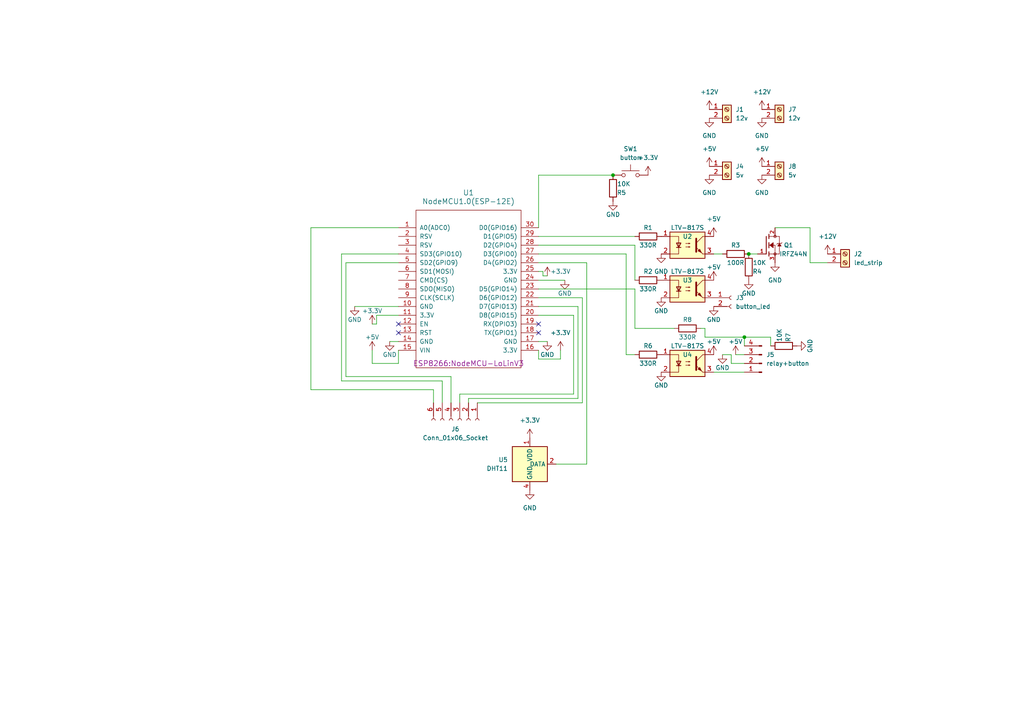
<source format=kicad_sch>
(kicad_sch (version 20230121) (generator eeschema)
  (paper "A4")
  (lib_symbols
    (symbol "Connector:Conn_01x02_Socket" (pin_names (offset 1.016) hide)
      (property "Reference" "J" (at 0 2.54 0))
      (property "Value" "Conn_01x02_Socket" (at 0 -5.08 0))
      (symbol "Conn_01x02_Socket_1_1"
        (arc (start 0 -2.032) (mid -0.5058 -2.54) (end 0 -3.048) (stroke (width 0.1524)))
        (polyline (pts (xy -1.27 -2.54) (xy -0.508 -2.54)) (stroke (width 0.1524)))
        (polyline (pts (xy -1.27 0) (xy -0.508 0)) (stroke (width 0.1524)))
        (arc (start 0 0.508) (mid -0.5058 0) (end 0 -0.508) (stroke (width 0.1524)))
        (pin passive line (at -5.08 0 0) (length 3.81) (name "Pin_1") (number "1"))
        (pin passive line (at -5.08 -2.54 0) (length 3.81) (name "Pin_2") (number "2"))
      )
    )
    (symbol "Connector:Conn_01x04_Pin" (pin_names (offset 1.016) hide)
      (property "Reference" "J" (at 0 5.08 0))
      (property "Value" "Conn_01x04_Pin" (at 0 -7.62 0))
      (symbol "Conn_01x04_Pin_1_1"
        (polyline (pts (xy 1.27 -5.08) (xy 0.8636 -5.08)) (stroke (width 0.1524)))
        (polyline (pts (xy 1.27 -2.54) (xy 0.8636 -2.54)) (stroke (width 0.1524)))
        (polyline (pts (xy 1.27 0) (xy 0.8636 0)) (stroke (width 0.1524)))
        (polyline (pts (xy 1.27 2.54) (xy 0.8636 2.54)) (stroke (width 0.1524)))
        (rectangle (start 0.8636 -4.953) (end 0 -5.207) (stroke (width 0.1524)) (fill (type outline)))
        (rectangle (start 0.8636 -2.413) (end 0 -2.667) (stroke (width 0.1524)) (fill (type outline)))
        (rectangle (start 0.8636 0.127) (end 0 -0.127) (stroke (width 0.1524)) (fill (type outline)))
        (rectangle (start 0.8636 2.667) (end 0 2.413) (stroke (width 0.1524)) (fill (type outline)))
        (pin passive line (at 5.08 2.54 180) (length 3.81) (name "Pin_1") (number "1"))
        (pin passive line (at 5.08 0 180) (length 3.81) (name "Pin_2") (number "2"))
        (pin passive line (at 5.08 -2.54 180) (length 3.81) (name "Pin_3") (number "3"))
        (pin passive line (at 5.08 -5.08 180) (length 3.81) (name "Pin_4") (number "4"))
      )
    )
    (symbol "Connector:Conn_01x06_Socket" (pin_names (offset 1.016) hide)
      (property "Reference" "J" (at 0 7.62 0))
      (property "Value" "Conn_01x06_Socket" (at 0 -10.16 0))
      (symbol "Conn_01x06_Socket_1_1"
        (arc (start 0 -7.112) (mid -0.5058 -7.62) (end 0 -8.128) (stroke (width 0.1524)))
        (arc (start 0 -4.572) (mid -0.5058 -5.08) (end 0 -5.588) (stroke (width 0.1524)))
        (arc (start 0 -2.032) (mid -0.5058 -2.54) (end 0 -3.048) (stroke (width 0.1524)))
        (polyline (pts (xy -1.27 -7.62) (xy -0.508 -7.62)) (stroke (width 0.1524)))
        (polyline (pts (xy -1.27 -5.08) (xy -0.508 -5.08)) (stroke (width 0.1524)))
        (polyline (pts (xy -1.27 -2.54) (xy -0.508 -2.54)) (stroke (width 0.1524)))
        (polyline (pts (xy -1.27 0) (xy -0.508 0)) (stroke (width 0.1524)))
        (polyline (pts (xy -1.27 2.54) (xy -0.508 2.54)) (stroke (width 0.1524)))
        (polyline (pts (xy -1.27 5.08) (xy -0.508 5.08)) (stroke (width 0.1524)))
        (arc (start 0 0.508) (mid -0.5058 0) (end 0 -0.508) (stroke (width 0.1524)))
        (arc (start 0 3.048) (mid -0.5058 2.54) (end 0 2.032) (stroke (width 0.1524)))
        (arc (start 0 5.588) (mid -0.5058 5.08) (end 0 4.572) (stroke (width 0.1524)))
        (pin passive line (at -5.08 5.08 0) (length 3.81) (name "Pin_1") (number "1"))
        (pin passive line (at -5.08 2.54 0) (length 3.81) (name "Pin_2") (number "2"))
        (pin passive line (at -5.08 0 0) (length 3.81) (name "Pin_3") (number "3"))
        (pin passive line (at -5.08 -2.54 0) (length 3.81) (name "Pin_4") (number "4"))
        (pin passive line (at -5.08 -5.08 0) (length 3.81) (name "Pin_5") (number "5"))
        (pin passive line (at -5.08 -7.62 0) (length 3.81) (name "Pin_6") (number "6"))
      )
    )
    (symbol "Connector:Screw_Terminal_01x02" (pin_names (offset 1.016) hide)
      (property "Reference" "J" (at 0 2.54 0))
      (property "Value" "Screw_Terminal_01x02" (at 0 -5.08 0))
      (symbol "Screw_Terminal_01x02_1_1"
        (rectangle (start -1.27 1.27) (end 1.27 -3.81) (stroke (width 0.254)) (fill (type background)))
        (circle (center 0 -2.54) (radius 0.635) (stroke (width 0.1524)))
        (polyline (pts (xy -0.5334 -2.2098) (xy 0.3302 -3.048)) (stroke (width 0.1524)))
        (polyline (pts (xy -0.5334 0.3302) (xy 0.3302 -0.508)) (stroke (width 0.1524)))
        (polyline (pts (xy -0.3556 -2.032) (xy 0.508 -2.8702)) (stroke (width 0.1524)))
        (polyline (pts (xy -0.3556 0.508) (xy 0.508 -0.3302)) (stroke (width 0.1524)))
        (circle (center 0 0) (radius 0.635) (stroke (width 0.1524)))
        (pin passive line (at -5.08 0 0) (length 3.81) (name "Pin_1") (number "1"))
        (pin passive line (at -5.08 -2.54 0) (length 3.81) (name "Pin_2") (number "2"))
      )
    )
    (symbol "Device:R" (pin_numbers hide) (pin_names (offset 0))
      (property "Reference" "R" (at 2.032 0 90))
      (property "Value" "R" (at 0 0 90))
      (symbol "R_0_1"
        (rectangle (start -1.016 -2.54) (end 1.016 2.54) (stroke (width 0.254)))
      )
      (symbol "R_1_1"
        (pin passive line (at 0 3.81 270) (length 1.27) (name "~") (number "1"))
        (pin passive line (at 0 -3.81 90) (length 1.27) (name "~") (number "2"))
      )
    )
    (symbol "ESP8266:NodeMCU1.0(ESP-12E)" (pin_names (offset 1.016))
      (property "Reference" "U" (at 0 21.59 0))
      (property "Value" "NodeMCU1.0(ESP-12E)" (at 0 -21.59 0))
      (symbol "NodeMCU1.0(ESP-12E)_0_1"
        (rectangle (start -15.24 -22.86) (end 15.24 22.86))
      )
      (symbol "NodeMCU1.0(ESP-12E)_1_1"
        (pin input line (at -20.32 17.78 0) (length 5.08) (name "A0(ADC0)") (number "1"))
        (pin input line (at -20.32 -5.08 0) (length 5.08) (name "GND") (number "10"))
        (pin input line (at -20.32 -7.62 0) (length 5.08) (name "3.3V") (number "11"))
        (pin input line (at -20.32 -10.16 0) (length 5.08) (name "EN") (number "12"))
        (pin input line (at -20.32 -12.7 0) (length 5.08) (name "RST") (number "13"))
        (pin input line (at -20.32 -15.24 0) (length 5.08) (name "GND") (number "14"))
        (pin input line (at -20.32 -17.78 0) (length 5.08) (name "VIN") (number "15"))
        (pin input line (at 20.32 -17.78 180) (length 5.08) (name "3.3V") (number "16"))
        (pin input line (at 20.32 -15.24 180) (length 5.08) (name "GND") (number "17"))
        (pin input line (at 20.32 -12.7 180) (length 5.08) (name "TX(GPIO1)") (number "18"))
        (pin input line (at 20.32 -10.16 180) (length 5.08) (name "RX(DPIO3)") (number "19"))
        (pin input line (at -20.32 15.24 0) (length 5.08) (name "RSV") (number "2"))
        (pin input line (at 20.32 -7.62 180) (length 5.08) (name "D8(GPIO15)") (number "20"))
        (pin input line (at 20.32 -5.08 180) (length 5.08) (name "D7(GPIO13)") (number "21"))
        (pin input line (at 20.32 -2.54 180) (length 5.08) (name "D6(GPIO12)") (number "22"))
        (pin input line (at 20.32 0 180) (length 5.08) (name "D5(GPIO14)") (number "23"))
        (pin input line (at 20.32 2.54 180) (length 5.08) (name "GND") (number "24"))
        (pin input line (at 20.32 5.08 180) (length 5.08) (name "3.3V") (number "25"))
        (pin input line (at 20.32 7.62 180) (length 5.08) (name "D4(GPIO2)") (number "26"))
        (pin input line (at 20.32 10.16 180) (length 5.08) (name "D3(GPIO0)") (number "27"))
        (pin input line (at 20.32 12.7 180) (length 5.08) (name "D2(GPIO4)") (number "28"))
        (pin input line (at 20.32 15.24 180) (length 5.08) (name "D1(GPIO5)") (number "29"))
        (pin input line (at -20.32 12.7 0) (length 5.08) (name "RSV") (number "3"))
        (pin input line (at 20.32 17.78 180) (length 5.08) (name "D0(GPIO16)") (number "30"))
        (pin input line (at -20.32 10.16 0) (length 5.08) (name "SD3(GPIO10)") (number "4"))
        (pin input line (at -20.32 7.62 0) (length 5.08) (name "SD2(GPIO9)") (number "5"))
        (pin input line (at -20.32 5.08 0) (length 5.08) (name "SD1(MOSI)") (number "6"))
        (pin input line (at -20.32 2.54 0) (length 5.08) (name "CMD(CS)") (number "7"))
        (pin input line (at -20.32 0 0) (length 5.08) (name "SDO(MISO)") (number "8"))
        (pin input line (at -20.32 -2.54 0) (length 5.08) (name "CLK(SCLK)") (number "9"))
      )
    )
    (symbol "IRFZ44N:IRFZ44N" (pin_names (offset 1.016))
      (property "Reference" "Q" (at -8.89 2.54 0))
      (property "Value" "IRFZ44N" (at -8.89 -7.62 0))
      (symbol "IRFZ44N_0_0"
        (polyline (pts (xy 0 2.54) (xy 0 -2.54)) (stroke (width 0.254)))
        (polyline (pts (xy 0.762 -2.54) (xy 0.762 -3.175)) (stroke (width 0.254)))
        (polyline (pts (xy 0.762 -1.905) (xy 0.762 -2.54)) (stroke (width 0.254)))
        (polyline (pts (xy 0.762 0) (xy 0.762 -0.762)) (stroke (width 0.254)))
        (polyline (pts (xy 0.762 0) (xy 2.54 0)) (stroke (width 0.1524)))
        (polyline (pts (xy 0.762 0.762) (xy 0.762 0)) (stroke (width 0.254)))
        (polyline (pts (xy 0.762 2.54) (xy 0.762 1.905)) (stroke (width 0.254)))
        (polyline (pts (xy 0.762 2.54) (xy 3.81 2.54)) (stroke (width 0.1524)))
        (polyline (pts (xy 0.762 3.175) (xy 0.762 2.54)) (stroke (width 0.254)))
        (polyline (pts (xy 2.54 -2.54) (xy 0.762 -2.54)) (stroke (width 0.1524)))
        (polyline (pts (xy 2.54 -2.54) (xy 3.81 -2.54)) (stroke (width 0.1524)))
        (polyline (pts (xy 2.54 0) (xy 2.54 -2.54)) (stroke (width 0.1524)))
        (polyline (pts (xy 3.302 0.508) (xy 3.048 0.254)) (stroke (width 0.1524)))
        (polyline (pts (xy 3.81 0.508) (xy 3.302 0.508)) (stroke (width 0.1524)))
        (polyline (pts (xy 3.81 0.508) (xy 3.81 -2.54)) (stroke (width 0.1524)))
        (polyline (pts (xy 3.81 2.54) (xy 3.81 0.508)) (stroke (width 0.1524)))
        (polyline (pts (xy 4.318 0.508) (xy 3.81 0.508)) (stroke (width 0.1524)))
        (polyline (pts (xy 4.572 0.762) (xy 4.318 0.508)) (stroke (width 0.1524)))
        (polyline (pts (xy 1.016 0) (xy 2.032 0.762) (xy 2.032 -0.762) (xy 1.016 0)) (stroke (width 0.1524)) (fill (type outline)))
        (polyline (pts (xy 3.81 0.508) (xy 3.302 -0.254) (xy 4.318 -0.254) (xy 3.81 0.508)) (stroke (width 0.1524)) (fill (type outline)))
        (circle (center 2.54 -2.54) (radius 0.3592))
        (circle (center 2.54 2.54) (radius 0.3592))
        (pin passive line (at -2.54 -2.54 0) (length 2.54) (name "~") (number "1"))
        (pin passive line (at 2.54 5.08 270) (length 2.54) (name "~") (number "2"))
        (pin passive line (at 2.54 -5.08 90) (length 2.54) (name "~") (number "3"))
      )
    )
    (symbol "Isolator:LTV-817S" (pin_names (offset 1.016))
      (property "Reference" "U" (at -3.81 5.08 0))
      (property "Value" "LTV-817S" (at 0 -5.08 0))
      (symbol "LTV-817S_1_1"
        (rectangle (start -5.08 3.81) (end 5.08 -3.81) (stroke (width 0.254)) (fill (type background)))
        (polyline (pts (xy -3.175 -0.635) (xy -1.905 -0.635)) (stroke (width 0.254)))
        (polyline (pts (xy 2.54 0.635) (xy 4.445 2.54)))
        (polyline (pts (xy 4.445 -2.54) (xy 2.54 -0.635)) (fill (type outline)))
        (polyline (pts (xy 4.445 -2.54) (xy 5.08 -2.54)))
        (polyline (pts (xy 4.445 2.54) (xy 5.08 2.54)))
        (polyline (pts (xy -5.08 2.54) (xy -2.54 2.54) (xy -2.54 -0.762)))
        (polyline (pts (xy -2.54 -0.635) (xy -2.54 -2.54) (xy -5.08 -2.54)))
        (polyline (pts (xy 2.54 1.905) (xy 2.54 -1.905) (xy 2.54 -1.905)) (stroke (width 0.508)))
        (polyline (pts (xy -2.54 -0.635) (xy -3.175 0.635) (xy -1.905 0.635) (xy -2.54 -0.635)) (stroke (width 0.254)))
        (polyline (pts (xy -0.508 -0.508) (xy 0.762 -0.508) (xy 0.381 -0.635) (xy 0.381 -0.381) (xy 0.762 -0.508)))
        (polyline (pts (xy -0.508 0.508) (xy 0.762 0.508) (xy 0.381 0.381) (xy 0.381 0.635) (xy 0.762 0.508)))
        (polyline (pts (xy 3.048 -1.651) (xy 3.556 -1.143) (xy 4.064 -2.159) (xy 3.048 -1.651) (xy 3.048 -1.651)) (fill (type outline)))
        (pin passive line (at -7.62 2.54 0) (length 2.54) (name "~") (number "1"))
        (pin passive line (at -7.62 -2.54 0) (length 2.54) (name "~") (number "2"))
        (pin passive line (at 7.62 -2.54 180) (length 2.54) (name "~") (number "3"))
        (pin passive line (at 7.62 2.54 180) (length 2.54) (name "~") (number "4"))
      )
    )
    (symbol "Sensor:DHT11"
      (property "Reference" "U" (at -3.81 6.35 0))
      (property "Value" "DHT11" (at 3.81 6.35 0))
      (symbol "DHT11_0_1"
        (rectangle (start -5.08 5.08) (end 5.08 -5.08) (stroke (width 0.254)) (fill (type background)))
      )
      (symbol "DHT11_1_1"
        (pin power_in line (at 0 7.62 270) (length 2.54) (name "VDD") (number "1"))
        (pin bidirectional line (at 7.62 0 180) (length 2.54) (name "DATA") (number "2"))
        (pin no_connect line (at -5.08 0 0) (length 2.54) hide (name "NC") (number "3"))
        (pin power_in line (at 0 -7.62 90) (length 2.54) (name "GND") (number "4"))
      )
    )
    (symbol "Switch:SW_MEC_5G" (pin_numbers hide) (pin_names (offset 1.016) hide)
      (property "Reference" "SW" (at 1.27 2.54 0))
      (property "Value" "SW_MEC_5G" (at 0 -1.524 0))
      (symbol "SW_MEC_5G_0_1"
        (circle (center -2.032 0) (radius 0.508))
        (polyline (pts (xy 0 1.27) (xy 0 3.048)))
        (polyline (pts (xy 2.54 1.27) (xy -2.54 1.27)))
        (circle (center 2.032 0) (radius 0.508))
        (pin passive line (at -5.08 0 0) (length 2.54) (name "A") (number "1"))
        (pin passive line (at 5.08 0 180) (length 2.54) (name "B") (number "3"))
      )
      (symbol "SW_MEC_5G_1_1"
        (pin passive line (at -5.08 0 0) (length 2.54) hide (name "A") (number "2"))
        (pin passive line (at 5.08 0 180) (length 2.54) hide (name "B") (number "4"))
      )
    )
    (symbol "power:+12V" (power) (pin_names (offset 0))
      (property "Value" "+12V" (at 0 3.556 0))
      (symbol "+12V_0_1"
        (polyline (pts (xy -0.762 1.27) (xy 0 2.54)))
        (polyline (pts (xy 0 0) (xy 0 2.54)))
        (polyline (pts (xy 0 2.54) (xy 0.762 1.27)))
      )
      (symbol "+12V_1_1"
        (pin power_in line (at 0 0 90) (length 0) hide (name "+12V") (number "1"))
      )
    )
    (symbol "power:+3.3V" (power) (pin_names (offset 0))
      (property "Value" "+3.3V" (at 0 3.556 0))
      (symbol "+3.3V_0_1"
        (polyline (pts (xy -0.762 1.27) (xy 0 2.54)))
        (polyline (pts (xy 0 0) (xy 0 2.54)))
        (polyline (pts (xy 0 2.54) (xy 0.762 1.27)))
      )
      (symbol "+3.3V_1_1"
        (pin power_in line (at 0 0 90) (length 0) hide (name "+3.3V") (number "1"))
      )
    )
    (symbol "power:+5V" (power) (pin_names (offset 0))
      (property "Value" "+5V" (at 0 3.556 0))
      (symbol "+5V_0_1"
        (polyline (pts (xy -0.762 1.27) (xy 0 2.54)))
        (polyline (pts (xy 0 0) (xy 0 2.54)))
        (polyline (pts (xy 0 2.54) (xy 0.762 1.27)))
      )
      (symbol "+5V_1_1"
        (pin power_in line (at 0 0 90) (length 0) hide (name "+5V") (number "1"))
      )
    )
    (symbol "power:GND" (power) (pin_names (offset 0))
      (property "Value" "GND" (at 0 -3.81 0))
      (symbol "GND_0_1"
        (polyline (pts (xy 0 0) (xy 0 -1.27) (xy 1.27 -1.27) (xy 0 -2.54) (xy -1.27 -1.27) (xy 0 -1.27)))
      )
      (symbol "GND_1_1"
        (pin power_in line (at 0 0 270) (length 0) hide (name "GND") (number "1"))
      )
    )
  )
  (junction (at 215.9 97.79))
  (junction (at 217.17 73.66))
  (junction (at 177.8 50.8))
  (no_connect (at 156.21 96.52))
  (no_connect (at 156.21 93.98))
  (no_connect (at 115.57 96.52))
  (no_connect (at 115.57 93.98))
  (wire (pts (xy 100.33 109.22) (xy 130.81 109.22)))
  (wire (pts (xy 219.71 73.66) (xy 217.17 73.66)))
  (wire (pts (xy 167.64 115.57) (xy 167.64 88.9)))
  (wire (pts (xy 115.57 66.04) (xy 90.17 66.04)))
  (wire (pts (xy 213.36 102.87) (xy 215.9 102.87)))
  (wire (pts (xy 167.64 88.9) (xy 156.21 88.9)))
  (wire (pts (xy 212.09 105.41) (xy 212.09 102.87)))
  (wire (pts (xy 156.21 83.82) (xy 184.15 83.82)))
  (wire (pts (xy 138.43 116.84) (xy 168.91 116.84)))
  (wire (pts (xy 209.55 73.66) (xy 207.01 73.66)))
  (wire (pts (xy 234.95 76.2) (xy 234.95 66.04)))
  (wire (pts (xy 125.73 113.03) (xy 125.73 116.84)))
  (wire (pts (xy 204.47 97.79) (xy 215.9 97.79)))
  (wire (pts (xy 170.18 76.2) (xy 170.18 134.62)))
  (wire (pts (xy 170.18 76.2) (xy 156.21 76.2)))
  (wire (pts (xy 100.33 76.2) (xy 100.33 109.22)))
  (wire (pts (xy 181.61 73.66) (xy 181.61 102.87)))
  (wire (pts (xy 166.37 91.44) (xy 166.37 114.3)))
  (wire (pts (xy 181.61 102.87) (xy 184.15 102.87)))
  (wire (pts (xy 184.15 95.25) (xy 195.58 95.25)))
  (wire (pts (xy 156.21 50.8) (xy 177.8 50.8)))
  (wire (pts (xy 157.48 80.01) (xy 158.75 80.01)))
  (wire (pts (xy 203.2 95.25) (xy 204.47 95.25)))
  (wire (pts (xy 128.27 110.49) (xy 128.27 116.84)))
  (wire (pts (xy 162.56 104.14) (xy 162.56 101.6)))
  (wire (pts (xy 156.21 66.04) (xy 156.21 50.8)))
  (wire (pts (xy 156.21 86.36) (xy 168.91 86.36)))
  (wire (pts (xy 115.57 91.44) (xy 109.22 91.44)))
  (wire (pts (xy 223.52 97.79) (xy 223.52 100.33)))
  (wire (pts (xy 168.91 86.36) (xy 168.91 116.84)))
  (wire (pts (xy 102.87 88.9) (xy 115.57 88.9)))
  (wire (pts (xy 133.35 114.3) (xy 133.35 116.84)))
  (wire (pts (xy 107.95 105.41) (xy 115.57 105.41)))
  (wire (pts (xy 204.47 95.25) (xy 204.47 97.79)))
  (wire (pts (xy 90.17 113.03) (xy 125.73 113.03)))
  (wire (pts (xy 157.48 78.74) (xy 156.21 78.74)))
  (wire (pts (xy 156.21 73.66) (xy 181.61 73.66)))
  (wire (pts (xy 234.95 66.04) (xy 224.79 66.04)))
  (wire (pts (xy 156.21 91.44) (xy 166.37 91.44)))
  (wire (pts (xy 99.06 73.66) (xy 115.57 73.66)))
  (wire (pts (xy 107.95 105.41) (xy 107.95 101.6)))
  (wire (pts (xy 184.15 83.82) (xy 184.15 95.25)))
  (wire (pts (xy 128.27 110.49) (xy 99.06 110.49)))
  (wire (pts (xy 215.9 97.79) (xy 223.52 97.79)))
  (wire (pts (xy 156.21 104.14) (xy 156.21 101.6)))
  (wire (pts (xy 240.03 76.2) (xy 234.95 76.2)))
  (wire (pts (xy 90.17 66.04) (xy 90.17 113.03)))
  (wire (pts (xy 133.35 114.3) (xy 166.37 114.3)))
  (wire (pts (xy 99.06 110.49) (xy 99.06 73.66)))
  (wire (pts (xy 212.09 102.87) (xy 209.55 102.87)))
  (wire (pts (xy 156.21 104.14) (xy 162.56 104.14)))
  (wire (pts (xy 109.22 93.98) (xy 107.95 93.98)))
  (wire (pts (xy 212.09 105.41) (xy 215.9 105.41)))
  (wire (pts (xy 156.21 81.28) (xy 163.83 81.28)))
  (wire (pts (xy 115.57 105.41) (xy 115.57 101.6)))
  (wire (pts (xy 157.48 80.01) (xy 157.48 78.74)))
  (wire (pts (xy 135.89 115.57) (xy 167.64 115.57)))
  (wire (pts (xy 215.9 107.95) (xy 207.01 107.95)))
  (wire (pts (xy 130.81 109.22) (xy 130.81 116.84)))
  (wire (pts (xy 170.18 134.62) (xy 161.29 134.62)))
  (wire (pts (xy 184.15 71.12) (xy 184.15 81.28)))
  (wire (pts (xy 156.21 71.12) (xy 184.15 71.12)))
  (wire (pts (xy 115.57 76.2) (xy 100.33 76.2)))
  (wire (pts (xy 135.89 115.57) (xy 135.89 116.84)))
  (wire (pts (xy 113.03 99.06) (xy 115.57 99.06)))
  (wire (pts (xy 109.22 91.44) (xy 109.22 93.98)))
  (wire (pts (xy 215.9 100.33) (xy 215.9 97.79)))
  (wire (pts (xy 156.21 68.58) (xy 184.15 68.58)))
  (wire (pts (xy 156.21 99.06) (xy 158.75 99.06)))
  (symbol (lib_id "Device:R") (at 217.17 77.47 180) (unit 1)
    (property "Reference" "R4" (at 220.98 78.74 0) (effects (justify left)))
    (property "Value" "10K" (at 222.25 76.2 0) (effects (justify left)))
    (property "Footprint" "Resistor_SMD:R_0805_2012Metric_Pad1.20x1.40mm_HandSolder" (effects hide))
  )
  (symbol (lib_id "Device:R") (at 199.39 95.25 270) (unit 1)
    (property "Reference" "R8" (at 199.39 92.71 90))
    (property "Value" "330R" (at 199.39 97.79 90))
    (property "Footprint" "Resistor_SMD:R_0805_2012Metric_Pad1.20x1.40mm_HandSolder" (effects hide))
  )
  (symbol (lib_id "power:GND") (at 113.03 99.06 0) (unit 1)
    (property "Reference" "#PWR019" (effects hide))
    (property "Value" "GND" (at 113.03 102.87 0))
  )
  (symbol (lib_id "Connector:Conn_01x04_Pin") (at 220.98 105.41 180) (unit 1)
    (property "Reference" "J5" (at 222.25 102.87 0) (effects (justify right)))
    (property "Value" "relay+button" (at 222.25 105.41 0) (effects (justify right)))
    (property "Footprint" "Connector_PinSocket_2.54mm:PinSocket_1x04_P2.54mm_Vertical" (effects hide))
  )
  (symbol (lib_id "power:GND") (at 205.74 34.29 0) (unit 1)
    (property "Reference" "#PWR02" (effects hide))
    (property "Value" "GND" (at 205.74 39.37 0))
  )
  (symbol (lib_id "power:+3.3V") (at 153.67 127 0) (unit 1)
    (property "Reference" "#PWR026" (effects hide))
    (property "Value" "+3.3V" (at 153.67 121.92 0))
  )
  (symbol (lib_id "Sensor:DHT11") (at 153.67 134.62 0) (unit 1)
    (property "Reference" "U5" (at 147.32 133.35 0) (effects (justify right)))
    (property "Value" "DHT11" (at 147.32 135.89 0) (effects (justify right)))
    (property "Footprint" "Sensor:Aosong_DHT11_5.5x12.0_P2.54mm" (effects hide))
    (property "Datasheet" "http://akizukidenshi.com/download/ds/aosong/DHT11.pdf" (effects hide))
  )
  (symbol (lib_id "Connector:Conn_01x02_Socket") (at 212.09 86.36 0) (unit 1)
    (property "Reference" "J3" (at 213.36 86.36 0) (effects (justify left)))
    (property "Value" "button_led" (at 213.36 88.9 0) (effects (justify left)))
    (property "Footprint" "Connector_PinSocket_2.54mm:PinSocket_1x02_P2.54mm_Vertical_SMD_Pin1Left" (effects hide))
  )
  (symbol (lib_id "power:GND") (at 191.77 107.95 0) (unit 1)
    (property "Reference" "#PWR014" (effects hide))
    (property "Value" "GND" (at 191.77 111.76 0))
  )
  (symbol (lib_id "power:+5V") (at 207.01 81.28 0) (unit 1)
    (property "Reference" "#PWR08" (effects hide))
    (property "Value" "+5V" (at 207.01 77.47 0))
  )
  (symbol (lib_id "Device:R") (at 187.96 68.58 270) (unit 1)
    (property "Reference" "R1" (at 187.96 66.04 90))
    (property "Value" "330R" (at 187.96 71.12 90))
    (property "Footprint" "Resistor_SMD:R_0805_2012Metric_Pad1.20x1.40mm_HandSolder" (effects hide))
  )
  (symbol (lib_id "power:+3.3V") (at 162.56 101.6 0) (unit 1)
    (property "Reference" "#PWR023" (effects hide))
    (property "Value" "+3.3V" (at 162.56 96.52 0))
  )
  (symbol (lib_id "power:+5V") (at 213.36 102.87 0) (unit 1)
    (property "Reference" "#PWR017" (effects hide))
    (property "Value" "+5V" (at 213.36 99.06 0))
  )
  (symbol (lib_id "Connector:Conn_01x06_Socket") (at 133.35 121.92 270) (unit 1)
    (property "Reference" "J6" (at 132.08 124.46 90))
    (property "Value" "Conn_01x06_Socket" (at 132.08 127 90))
    (property "Footprint" "Connector_PinSocket_2.54mm:PinSocket_1x06_P2.54mm_Vertical" (effects hide))
  )
  (symbol (lib_id "Switch:SW_MEC_5G") (at 182.88 50.8 0) (unit 1)
    (property "Reference" "SW1" (at 182.88 43.18 0))
    (property "Value" "button" (at 182.88 45.72 0))
    (property "Footprint" "Connector_PinSocket_2.54mm:PinSocket_1x02_P2.54mm_Vertical_SMD_Pin1Left" (effects hide))
    (property "Datasheet" "http://www.apem.com/int/index.php?controller=attachment&id_attachment=488" (effects hide))
  )
  (symbol (lib_id "power:GND") (at 224.79 76.2 0) (unit 1)
    (property "Reference" "#PWR033" (effects hide))
    (property "Value" "GND" (at 224.79 81.28 0))
  )
  (symbol (lib_id "power:GND") (at 153.67 142.24 0) (unit 1)
    (property "Reference" "#PWR027" (effects hide))
    (property "Value" "GND" (at 153.67 147.32 0))
  )
  (symbol (lib_id "power:GND") (at 158.75 99.06 0) (unit 1)
    (property "Reference" "#PWR025" (effects hide))
    (property "Value" "GND" (at 158.75 102.87 0))
  )
  (symbol (lib_id "power:GND") (at 209.55 102.87 0) (unit 1)
    (property "Reference" "#PWR016" (effects hide))
    (property "Value" "GND" (at 209.55 106.68 0))
  )
  (symbol (lib_id "IRFZ44N:IRFZ44N") (at 222.25 71.12 0) (unit 1)
    (property "Reference" "Q1" (at 227.33 71.12 0) (effects (justify left)))
    (property "Value" "IRFZ44N" (at 226.06 73.66 0) (effects (justify left)))
    (property "Footprint" "IRFZ44N:TO254P1016X419X2286-3" (effects hide))
    (property "MF" "Infineon Technologies" (effects hide))
    (property "MAXIMUM_PACKAGE_HEIGHT" "22.86 mm" (effects hide))
    (property "Package" "TO-220-3 Infineon" (effects hide))
    (property "Price" "None" (effects hide))
    (property "Check_prices" "https://www.snapeda.com/parts/IRFZ44N/Infineon+Technologies/view-part/?ref=eda" (effects hide))
    (property "STANDARD" "IPC 7351B" (effects hide))
    (property "PARTREV" "09/21/10" (effects hide))
    (property "SnapEDA_Link" "https://www.snapeda.com/parts/IRFZ44N/Infineon+Technologies/view-part/?ref=snap" (effects hide))
    (property "MP" "IRFZ44N" (effects hide))
    (property "Description" "\nN-Channel 55 V 49A (Tc) 94W (Tc) Through Hole TO-220AB\n" (effects hide))
    (property "SNAPEDA_PN" "IRFZ44N" (effects hide))
    (property "Availability" "In Stock" (effects hide))
    (property "MANUFACTURER" "Infineon" (effects hide))
  )
  (symbol (lib_id "Connector:Screw_Terminal_01x02") (at 226.06 48.26 0) (unit 1)
    (property "Reference" "J8" (at 228.6 48.26 0) (effects (justify left)))
    (property "Value" "5v" (at 228.6 50.8 0) (effects (justify left)))
    (property "Footprint" "TerminalBlock:TerminalBlock_Altech_AK300-2_P5.00mm" (effects hide))
  )
  (symbol (lib_id "Connector:Screw_Terminal_01x02") (at 210.82 48.26 0) (unit 1)
    (property "Reference" "J4" (at 213.36 48.26 0) (effects (justify left)))
    (property "Value" "5v" (at 213.36 50.8 0) (effects (justify left)))
    (property "Footprint" "TerminalBlock:TerminalBlock_Altech_AK300-2_P5.00mm" (effects hide))
  )
  (symbol (lib_id "power:GND") (at 102.87 88.9 0) (unit 1)
    (property "Reference" "#PWR020" (effects hide))
    (property "Value" "GND" (at 102.87 92.71 0))
  )
  (symbol (lib_id "power:+12V") (at 240.03 73.66 0) (unit 1)
    (property "Reference" "#PWR07" (effects hide))
    (property "Value" "+12V" (at 240.03 68.58 0))
  )
  (symbol (lib_id "power:+3.3V") (at 187.96 50.8 0) (unit 1)
    (property "Reference" "#PWR010" (effects hide))
    (property "Value" "+3.3V" (at 187.96 45.72 0))
  )
  (symbol (lib_id "Connector:Screw_Terminal_01x02") (at 210.82 31.75 0) (unit 1)
    (property "Reference" "J1" (at 213.36 31.75 0) (effects (justify left)))
    (property "Value" "12v" (at 213.36 34.29 0) (effects (justify left)))
    (property "Footprint" "TerminalBlock:TerminalBlock_Altech_AK300-2_P5.00mm" (effects hide))
  )
  (symbol (lib_id "power:GND") (at 191.77 73.66 0) (unit 1)
    (property "Reference" "#PWR03" (effects hide))
    (property "Value" "GND" (at 191.77 78.74 0))
  )
  (symbol (lib_id "power:+5V") (at 207.01 102.87 0) (unit 1)
    (property "Reference" "#PWR015" (effects hide))
    (property "Value" "+5V" (at 207.01 99.06 0))
  )
  (symbol (lib_id "power:GND") (at 207.01 88.9 0) (unit 1)
    (property "Reference" "#PWR09" (effects hide))
    (property "Value" "GND" (at 207.01 92.71 0))
  )
  (symbol (lib_id "Device:R") (at 227.33 100.33 270) (unit 1)
    (property "Reference" "R7" (at 228.6 96.52 0) (effects (justify left)))
    (property "Value" "10K" (at 226.06 95.25 0) (effects (justify left)))
    (property "Footprint" "Resistor_SMD:R_0805_2012Metric_Pad1.20x1.40mm_HandSolder" (effects hide))
  )
  (symbol (lib_id "power:GND") (at 220.98 34.29 0) (unit 1)
    (property "Reference" "#PWR030" (effects hide))
    (property "Value" "GND" (at 220.98 39.37 0))
  )
  (symbol (lib_id "power:GND") (at 163.83 81.28 0) (unit 1)
    (property "Reference" "#PWR021" (effects hide))
    (property "Value" "GND" (at 163.83 85.09 0))
  )
  (symbol (lib_id "power:+12V") (at 205.74 31.75 0) (unit 1)
    (property "Reference" "#PWR01" (effects hide))
    (property "Value" "+12V" (at 205.74 26.67 0))
  )
  (symbol (lib_id "Device:R") (at 187.96 81.28 270) (unit 1)
    (property "Reference" "R2" (at 187.96 78.74 90))
    (property "Value" "330R" (at 187.96 83.82 90))
    (property "Footprint" "Resistor_SMD:R_0805_2012Metric_Pad1.20x1.40mm_HandSolder" (effects hide))
  )
  (symbol (lib_id "Isolator:LTV-817S") (at 199.39 105.41 0) (unit 1)
    (property "Reference" "U4" (at 199.39 102.87 0))
    (property "Value" "LTV-817S" (at 199.39 100.33 0))
    (property "Footprint" "Package_DIP:SMDIP-4_W9.53mm" (effects hide))
    (property "Datasheet" "http://www.us.liteon.com/downloads/LTV-817-827-847.PDF" (effects hide))
  )
  (symbol (lib_id "Device:R") (at 177.8 54.61 180) (unit 1)
    (property "Reference" "R5" (at 181.61 55.88 0) (effects (justify left)))
    (property "Value" "10K" (at 182.88 53.34 0) (effects (justify left)))
    (property "Footprint" "Resistor_SMD:R_0805_2012Metric_Pad1.20x1.40mm_HandSolder" (effects hide))
  )
  (symbol (lib_id "power:+5V") (at 207.01 68.58 0) (unit 1)
    (property "Reference" "#PWR06" (effects hide))
    (property "Value" "+5V" (at 207.01 63.5 0))
  )
  (symbol (lib_id "power:GND") (at 191.77 86.36 0) (unit 1)
    (property "Reference" "#PWR04" (effects hide))
    (property "Value" "GND" (at 191.77 90.17 0))
  )
  (symbol (lib_id "power:GND") (at 177.8 58.42 0) (unit 1)
    (property "Reference" "#PWR011" (effects hide))
    (property "Value" "GND" (at 177.8 62.23 0))
  )
  (symbol (lib_id "power:GND") (at 205.74 50.8 0) (unit 1)
    (property "Reference" "#PWR013" (effects hide))
    (property "Value" "GND" (at 205.74 55.88 0))
  )
  (symbol (lib_id "Isolator:LTV-817S") (at 199.39 83.82 0) (unit 1)
    (property "Reference" "U3" (at 199.39 81.28 0))
    (property "Value" "LTV-817S" (at 199.39 78.74 0))
    (property "Footprint" "Package_DIP:SMDIP-4_W9.53mm" (effects hide))
    (property "Datasheet" "http://www.us.liteon.com/downloads/LTV-817-827-847.PDF" (effects hide))
  )
  (symbol (lib_id "power:GND") (at 217.17 81.28 0) (unit 1)
    (property "Reference" "#PWR05" (effects hide))
    (property "Value" "GND" (at 217.17 85.09 0))
  )
  (symbol (lib_id "Connector:Screw_Terminal_01x02") (at 245.11 73.66 0) (unit 1)
    (property "Reference" "J2" (at 247.65 73.66 0) (effects (justify left)))
    (property "Value" "led_strip" (at 247.65 76.2 0) (effects (justify left)))
    (property "Footprint" "TerminalBlock:TerminalBlock_Altech_AK300-2_P5.00mm" (effects hide))
  )
  (symbol (lib_id "power:GND") (at 220.98 50.8 0) (unit 1)
    (property "Reference" "#PWR032" (effects hide))
    (property "Value" "GND" (at 220.98 55.88 0))
  )
  (symbol (lib_id "power:+3.3V") (at 158.75 80.01 0) (unit 1)
    (property "Reference" "#PWR022" (effects hide))
    (property "Value" "+3.3V" (at 162.56 78.74 0))
  )
  (symbol (lib_id "power:+12V") (at 220.98 31.75 0) (unit 1)
    (property "Reference" "#PWR029" (effects hide))
    (property "Value" "+12V" (at 220.98 26.67 0))
  )
  (symbol (lib_id "power:GND") (at 231.14 100.33 90) (unit 1)
    (property "Reference" "#PWR028" (effects hide))
    (property "Value" "GND" (at 234.95 100.33 0))
  )
  (symbol (lib_id "Isolator:LTV-817S") (at 199.39 71.12 0) (unit 1)
    (property "Reference" "U2" (at 199.39 68.58 0))
    (property "Value" "LTV-817S" (at 199.39 66.04 0))
    (property "Footprint" "Package_DIP:SMDIP-4_W9.53mm" (effects hide))
    (property "Datasheet" "http://www.us.liteon.com/downloads/LTV-817-827-847.PDF" (effects hide))
  )
  (symbol (lib_id "Device:R") (at 187.96 102.87 270) (unit 1)
    (property "Reference" "R6" (at 187.96 100.33 90))
    (property "Value" "330R" (at 187.96 105.41 90))
    (property "Footprint" "Resistor_SMD:R_0805_2012Metric_Pad1.20x1.40mm_HandSolder" (effects hide))
  )
  (symbol (lib_id "power:+5V") (at 220.98 48.26 0) (unit 1)
    (property "Reference" "#PWR031" (effects hide))
    (property "Value" "+5V" (at 220.98 43.18 0))
  )
  (symbol (lib_id "power:+5V") (at 205.74 48.26 0) (unit 1)
    (property "Reference" "#PWR012" (effects hide))
    (property "Value" "+5V" (at 205.74 43.18 0))
  )
  (symbol (lib_id "power:+5V") (at 107.95 101.6 0) (unit 1)
    (property "Reference" "#PWR018" (effects hide))
    (property "Value" "+5V" (at 107.95 97.79 0))
  )
  (symbol (lib_id "Connector:Screw_Terminal_01x02") (at 226.06 31.75 0) (unit 1)
    (property "Reference" "J7" (at 228.6 31.75 0) (effects (justify left)))
    (property "Value" "12v" (at 228.6 34.29 0) (effects (justify left)))
    (property "Footprint" "TerminalBlock:TerminalBlock_Altech_AK300-2_P5.00mm" (effects hide))
  )
  (symbol (lib_id "Device:R") (at 213.36 73.66 90) (unit 1)
    (property "Reference" "R3" (at 213.36 71.12 90))
    (property "Value" "100R" (at 213.36 76.2 90))
    (property "Footprint" "Resistor_SMD:R_0805_2012Metric_Pad1.20x1.40mm_HandSolder" (effects hide))
  )
  (symbol (lib_id "power:+3.3V") (at 107.95 93.98 0) (unit 1)
    (property "Reference" "#PWR024" (effects hide))
    (property "Value" "+3.3V" (at 107.95 90.17 0))
  )
  (symbol (lib_id "ESP8266:NodeMCU1.0(ESP-12E)") (at 135.89 83.82 0) (unit 1)
    (property "Reference" "U1" (at 135.89 55.88 0) (effects (font (size 1.524 1.524))))
    (property "Value" "NodeMCU1.0(ESP-12E)" (at 135.89 58.42 0) (effects (font (size 1.524 1.524))))
    (property "Footprint" "ESP8266:NodeMCU-LoLinV3" (at 135.89 105.41 0) (effects (font (size 1.524 1.524))))
  )
)
</source>
